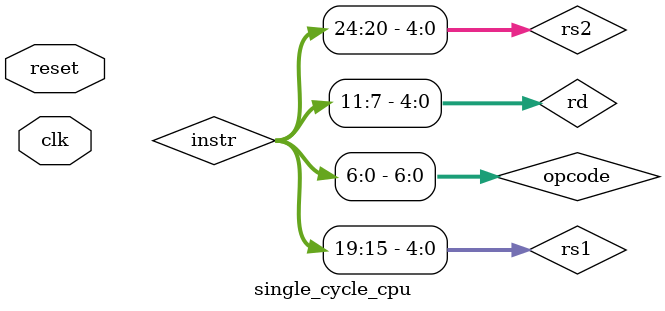
<source format=v>
module single_cycle_cpu (
    input clk,
    input reset
);

    reg [31:0] pc;
    wire [31:0] instr;
    reg [31:0] instr_mem[0:255];

    initial begin
    pc = 0;
    //lui x5, 0x00010  → x5 = 0x00010000
    instr_mem[0] = 32'h000105B7;
    //lui x5, 0x12345 → x5 = 0x12345000
    instr_mem[1] = 32'h123452B7;
end

    assign instr = instr_mem[pc[9:2]];

    wire [6:0]  opcode = instr[6:0];
    wire [4:0]  rd     = instr[11:7];
    wire [2:0]  funct3 = instr[14:12];
    wire [4:0]  rs1    = instr[19:15];
    wire [4:0]  rs2    = instr[24:20];
    wire        funct7b5 = instr[30];

    wire        regwrite, alusrc, memwrite, branch, jump;
    wire [1:0]  resultsrc, imm_src, alu_op;
    wire [2:0]  alu_control;
    wire [31:0] rd1, rd2, immext, srcb, result, alu_result;
    wire        zero;

    control_unit CU(opcode, regwrite, alusrc, memwrite, resultsrc, imm_src, branch, jump, alu_op);
    alu_decoder ALUDEC(alu_op, funct3, funct7b5, alu_control);
    regfile RF(clk, regwrite, rs1, rs2, rd, result, rd1, rd2);
    imm IG(instr, imm_src, immext);
    alu ALU(rd1, srcb, alu_control, alu_result, zero);

    assign srcb   = alusrc ? immext : rd2;

    reg [31:0] data_mem[0:255];
    wire [31:0] readdata = data_mem[alu_result[9:2]];

    always @(posedge clk) begin
        if (memwrite)
            data_mem[alu_result[9:2]] <= rd2;
    end

    assign result = (resultsrc == 2'b00) ? alu_result :
                    (resultsrc == 2'b01) ? readdata :
                    (resultsrc == 2'b10) ? pc + 4 :
                    (resultsrc == 2'b11) ? immext : 32'd0;

    wire [31:0] pc_target = pc + immext;
    wire        pcsrc = branch & zero;

    always @(posedge clk or posedge reset) begin
        if (reset)
            pc <= 0;
        else if (jump)
            pc <= pc_target;
        else if (pcsrc)
            pc <= pc_target;
        else
            pc <= pc + 4;
    end
endmodule

</source>
